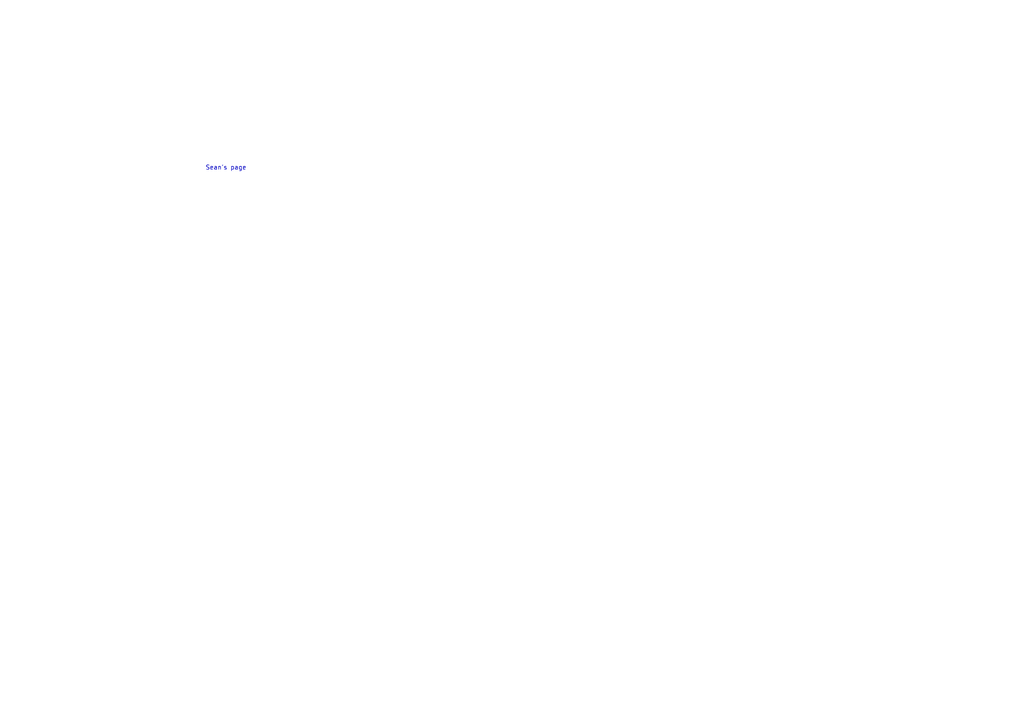
<source format=kicad_sch>
(kicad_sch
	(version 20250114)
	(generator "eeschema")
	(generator_version "9.0")
	(uuid "fd1b2ffb-0d1b-404a-80bb-326d3bfa1cb1")
	(paper "A4")
	(lib_symbols)
	(text "Sean's page"
		(exclude_from_sim no)
		(at 65.532 48.768 0)
		(effects
			(font
				(size 1.27 1.27)
			)
		)
		(uuid "a4d4dd97-c910-4180-a101-46c34f71c72c")
	)
)

</source>
